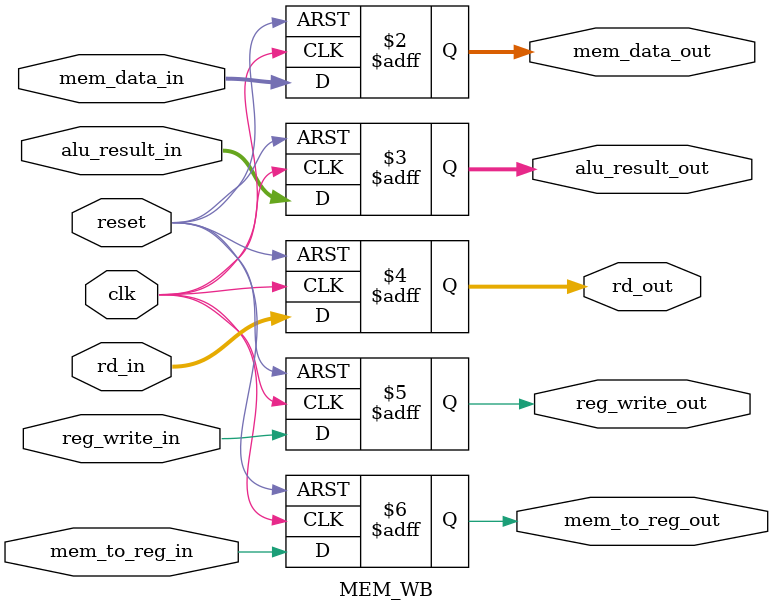
<source format=v>
module MEM_WB (
    input clk, reset,
    input [31:0] mem_data_in, alu_result_in,
    input [4:0] rd_in,
    input reg_write_in, mem_to_reg_in,
    output reg [31:0] mem_data_out, alu_result_out,
    output reg [4:0] rd_out,
    output reg reg_write_out, mem_to_reg_out
);
    always @(posedge clk or posedge reset) begin
        if (reset) begin
            mem_data_out <= 0;
            alu_result_out <= 0;
            rd_out <= 0;
            reg_write_out <= 0;
            mem_to_reg_out <= 0;
        end else begin
            mem_data_out <= mem_data_in;
            alu_result_out <= alu_result_in;
            rd_out <= rd_in;
            reg_write_out <= reg_write_in;
            mem_to_reg_out <= mem_to_reg_in;
        end
    end
endmodule

</source>
